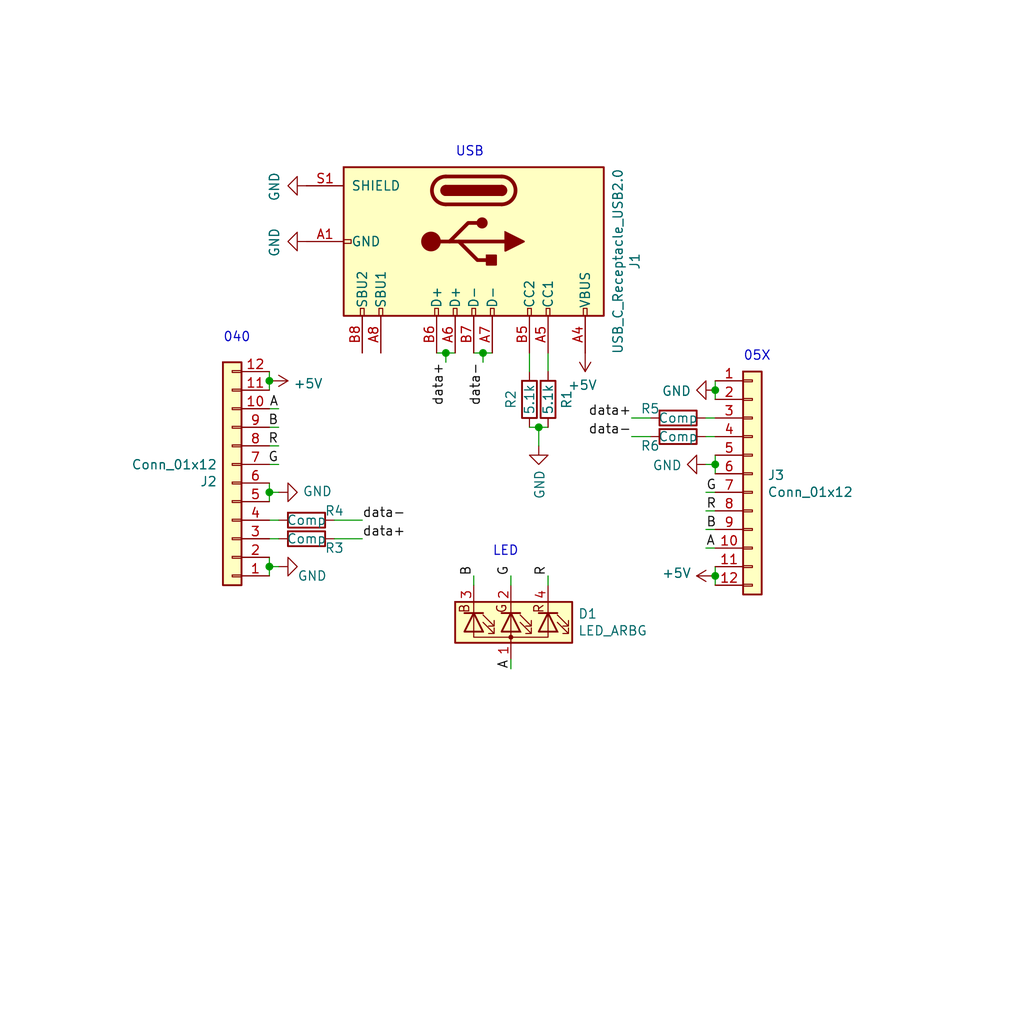
<source format=kicad_sch>
(kicad_sch (version 20250114) (generator "eeschema") (generator_version "9.0")
  (paper "User" 140.005 140.005)
  (title_block (rev "2"))
  (lib_symbols
    (symbol "040 055-rescue:+5V-power" (power) (pin_names (offset 0))
      (property "Value" "power_+5V" (at 0 3.556 0))
      (symbol "+5V-power_0_1"
        (polyline (pts (xy -0.762 1.27) (xy 0 2.54)))
        (polyline (pts (xy 0 2.54) (xy 0.762 1.27)))
        (polyline (pts (xy 0 0) (xy 0 2.54)))
      )
      (symbol "+5V-power_1_1"
        (pin power_in line (at 0 0 90) (length 0) (hide yes) (name "+5V") (number "1"))
      )
    )
    (symbol "040 055-rescue:GND-power" (power) (pin_names (offset 0))
      (property "Value" "power_GND" (at 0 -3.81 0))
      (symbol "GND-power_0_1"
        (polyline (pts (xy 0 0) (xy 0 -1.27) (xy 1.27 -1.27) (xy 0 -2.54) (xy -1.27 -1.27) (xy 0 -1.27)))
      )
      (symbol "GND-power_1_1"
        (pin power_in line (at 0 0 270) (length 0) (hide yes) (name "GND") (number "1"))
      )
    )
    (symbol "040 055-rescue:USB_C_Receptacle_USB2.0-Connector" (pin_names (offset 1.016))
      (property "Reference" "J" (at -10.16 19.05 0))
      (property "Value" "Connector_USB_C_Receptacle_USB2.0" (at 19.05 19.05 0))
      (symbol "USB_C_Receptacle_USB2.0-Connector_0_0"
        (rectangle (start -0.254 -17.78) (end 0.254 -16.764))
        (rectangle (start 10.16 15.494) (end 9.144 14.986))
        (rectangle (start 10.16 10.414) (end 9.144 9.906))
        (rectangle (start 10.16 7.874) (end 9.144 7.366))
        (rectangle (start 10.16 2.794) (end 9.144 2.286))
        (rectangle (start 10.16 0.254) (end 9.144 -0.254))
        (rectangle (start 10.16 -2.286) (end 9.144 -2.794))
        (rectangle (start 10.16 -4.826) (end 9.144 -5.334))
        (rectangle (start 10.16 -12.446) (end 9.144 -12.954))
        (rectangle (start 10.16 -14.986) (end 9.144 -15.494))
      )
      (symbol "USB_C_Receptacle_USB2.0-Connector_0_1"
        (rectangle (start -10.16 17.78) (end 10.16 -17.78) (stroke (width 0.254)) (fill (type background)))
        (polyline (pts (xy -8.89 -3.81) (xy -8.89 3.81)) (stroke (width 0.508)))
        (rectangle (start -7.62 -3.81) (end -6.35 3.81) (stroke (width 0.254)) (fill (type outline)))
        (arc (start -8.89 3.81) (mid -6.985 5.715) (end -5.08 3.81) (stroke (width 0.508)))
        (arc (start -7.62 3.81) (mid -6.985 4.445) (end -6.35 3.81) (stroke (width 0.254)))
        (arc (start -7.62 3.81) (mid -6.985 4.445) (end -6.35 3.81) (stroke (width 0.254)) (fill (type outline)))
        (arc (start -6.35 -3.81) (mid -6.985 -4.445) (end -7.62 -3.81) (stroke (width 0.254)))
        (arc (start -6.35 -3.81) (mid -6.985 -4.445) (end -7.62 -3.81) (stroke (width 0.254)) (fill (type outline)))
        (arc (start -5.08 -3.81) (mid -6.985 -5.715) (end -8.89 -3.81) (stroke (width 0.508)))
        (polyline (pts (xy -5.08 3.81) (xy -5.08 -3.81)) (stroke (width 0.508)))
        (circle (center -2.54 1.143) (radius 0.635) (stroke (width 0.254)) (fill (type outline)))
        (polyline (pts (xy -1.27 4.318) (xy 0 6.858) (xy 1.27 4.318) (xy -1.27 4.318)) (stroke (width 0.254)) (fill (type outline)))
        (polyline (pts (xy 0 -2.032) (xy 2.54 0.508) (xy 2.54 1.778)) (stroke (width 0.508)))
        (polyline (pts (xy 0 -3.302) (xy -2.54 -0.762) (xy -2.54 0.508)) (stroke (width 0.508)))
        (polyline (pts (xy 0 -5.842) (xy 0 4.318)) (stroke (width 0.508)))
        (circle (center 0 -5.842) (radius 1.27) (fill (type outline)))
        (rectangle (start 1.905 1.778) (end 3.175 3.048) (stroke (width 0.254)) (fill (type outline)))
      )
      (symbol "USB_C_Receptacle_USB2.0-Connector_1_1"
        (pin passive line (at -7.62 -22.86 90) (length 5.08) (name "SHIELD") (number "S1"))
        (pin passive line (at 0 -22.86 90) (length 5.08) (name "GND") (number "A1"))
        (pin passive line (at 0 -22.86 90) (length 5.08) (hide yes) (name "GND") (number "A12"))
        (pin passive line (at 0 -22.86 90) (length 5.08) (hide yes) (name "GND") (number "B1"))
        (pin passive line (at 0 -22.86 90) (length 5.08) (hide yes) (name "GND") (number "B12"))
        (pin passive line (at 15.24 15.24 180) (length 5.08) (name "VBUS") (number "A4"))
        (pin passive line (at 15.24 15.24 180) (length 5.08) (hide yes) (name "VBUS") (number "A9"))
        (pin passive line (at 15.24 15.24 180) (length 5.08) (hide yes) (name "VBUS") (number "B4"))
        (pin passive line (at 15.24 15.24 180) (length 5.08) (hide yes) (name "VBUS") (number "B9"))
        (pin bidirectional line (at 15.24 10.16 180) (length 5.08) (name "CC1") (number "A5"))
        (pin bidirectional line (at 15.24 7.62 180) (length 5.08) (name "CC2") (number "B5"))
        (pin bidirectional line (at 15.24 2.54 180) (length 5.08) (name "D-") (number "A7"))
        (pin bidirectional line (at 15.24 0 180) (length 5.08) (name "D-") (number "B7"))
        (pin bidirectional line (at 15.24 -2.54 180) (length 5.08) (name "D+") (number "A6"))
        (pin bidirectional line (at 15.24 -5.08 180) (length 5.08) (name "D+") (number "B6"))
        (pin bidirectional line (at 15.24 -12.7 180) (length 5.08) (name "SBU1") (number "A8"))
        (pin bidirectional line (at 15.24 -15.24 180) (length 5.08) (name "SBU2") (number "B8"))
      )
    )
    (symbol "Connector_Generic:Conn_01x12" (pin_names (offset 1.016) (hide yes))
      (property "Reference" "J" (at 0 15.24 0))
      (property "Value" "Conn_01x12" (at 0 -17.78 0))
      (symbol "Conn_01x12_1_1"
        (rectangle (start -1.27 13.97) (end 1.27 -16.51) (stroke (width 0.254)) (fill (type background)))
        (rectangle (start -1.27 12.827) (end 0 12.573) (stroke (width 0.1524)))
        (rectangle (start -1.27 10.287) (end 0 10.033) (stroke (width 0.1524)))
        (rectangle (start -1.27 7.747) (end 0 7.493) (stroke (width 0.1524)))
        (rectangle (start -1.27 5.207) (end 0 4.953) (stroke (width 0.1524)))
        (rectangle (start -1.27 2.667) (end 0 2.413) (stroke (width 0.1524)))
        (rectangle (start -1.27 0.127) (end 0 -0.127) (stroke (width 0.1524)))
        (rectangle (start -1.27 -2.413) (end 0 -2.667) (stroke (width 0.1524)))
        (rectangle (start -1.27 -4.953) (end 0 -5.207) (stroke (width 0.1524)))
        (rectangle (start -1.27 -7.493) (end 0 -7.747) (stroke (width 0.1524)))
        (rectangle (start -1.27 -10.033) (end 0 -10.287) (stroke (width 0.1524)))
        (rectangle (start -1.27 -12.573) (end 0 -12.827) (stroke (width 0.1524)))
        (rectangle (start -1.27 -15.113) (end 0 -15.367) (stroke (width 0.1524)))
        (pin passive line (at -5.08 12.7 0) (length 3.81) (name "Pin_1") (number "1"))
        (pin passive line (at -5.08 10.16 0) (length 3.81) (name "Pin_2") (number "2"))
        (pin passive line (at -5.08 7.62 0) (length 3.81) (name "Pin_3") (number "3"))
        (pin passive line (at -5.08 5.08 0) (length 3.81) (name "Pin_4") (number "4"))
        (pin passive line (at -5.08 2.54 0) (length 3.81) (name "Pin_5") (number "5"))
        (pin passive line (at -5.08 0 0) (length 3.81) (name "Pin_6") (number "6"))
        (pin passive line (at -5.08 -2.54 0) (length 3.81) (name "Pin_7") (number "7"))
        (pin passive line (at -5.08 -5.08 0) (length 3.81) (name "Pin_8") (number "8"))
        (pin passive line (at -5.08 -7.62 0) (length 3.81) (name "Pin_9") (number "9"))
        (pin passive line (at -5.08 -10.16 0) (length 3.81) (name "Pin_10") (number "10"))
        (pin passive line (at -5.08 -12.7 0) (length 3.81) (name "Pin_11") (number "11"))
        (pin passive line (at -5.08 -15.24 0) (length 3.81) (name "Pin_12") (number "12"))
      )
    )
    (symbol "Device:LED_AGBR" (pin_names (offset 0) (hide yes))
      (property "Reference" "D" (at 0 9.398 0))
      (property "Value" "LED_AGBR" (at 0 -8.89 0))
      (symbol "LED_AGBR_0_0"
        (text "R" (at -1.905 3.81 0) (effects (font (size 1.27 1.27))))
        (text "G" (at -1.905 -1.27 0) (effects (font (size 1.27 1.27))))
        (text "B" (at -1.905 -6.35 0) (effects (font (size 1.27 1.27))))
      )
      (symbol "LED_AGBR_0_1"
        (polyline (pts (xy -1.27 6.35) (xy -1.27 3.81)) (stroke (width 0.254)))
        (polyline (pts (xy -1.27 6.35) (xy -1.27 3.81) (xy -1.27 3.81)))
        (polyline (pts (xy -1.27 5.08) (xy -2.54 5.08)))
        (polyline (pts (xy -1.27 5.08) (xy 1.27 5.08)))
        (polyline (pts (xy -1.27 1.27) (xy -1.27 -1.27)) (stroke (width 0.254)))
        (polyline (pts (xy -1.27 1.27) (xy -1.27 -1.27) (xy -1.27 -1.27)))
        (polyline (pts (xy -1.27 0) (xy -2.54 0)))
        (polyline (pts (xy -1.27 -3.81) (xy -1.27 -6.35)) (stroke (width 0.254)))
        (polyline (pts (xy -1.27 -5.08) (xy -2.54 -5.08)))
        (polyline (pts (xy -1.27 -5.08) (xy 1.27 -5.08)))
        (polyline (pts (xy -1.016 6.35) (xy 0.508 7.874) (xy -0.254 7.874) (xy 0.508 7.874) (xy 0.508 7.112)))
        (polyline (pts (xy -1.016 1.27) (xy 0.508 2.794) (xy -0.254 2.794) (xy 0.508 2.794) (xy 0.508 2.032)))
        (polyline (pts (xy -1.016 -3.81) (xy 0.508 -2.286) (xy -0.254 -2.286) (xy 0.508 -2.286) (xy 0.508 -3.048)))
        (polyline (pts (xy 0 6.35) (xy 1.524 7.874) (xy 0.762 7.874) (xy 1.524 7.874) (xy 1.524 7.112)))
        (polyline (pts (xy 0 1.27) (xy 1.524 2.794) (xy 0.762 2.794) (xy 1.524 2.794) (xy 1.524 2.032)))
        (polyline (pts (xy 0 -3.81) (xy 1.524 -2.286) (xy 0.762 -2.286) (xy 1.524 -2.286) (xy 1.524 -3.048)))
        (polyline (pts (xy 1.27 6.35) (xy 1.27 3.81) (xy -1.27 5.08) (xy 1.27 6.35)) (stroke (width 0.254)))
        (rectangle (start 1.27 6.35) (end 1.27 6.35))
        (rectangle (start 1.27 3.81) (end 1.27 6.35))
        (polyline (pts (xy 1.27 1.27) (xy 1.27 -1.27) (xy -1.27 0) (xy 1.27 1.27)) (stroke (width 0.254)))
        (rectangle (start 1.27 1.27) (end 1.27 1.27))
        (polyline (pts (xy 1.27 0) (xy -1.27 0)))
        (polyline (pts (xy 1.27 0) (xy 2.54 0)))
        (rectangle (start 1.27 -1.27) (end 1.27 1.27))
        (polyline (pts (xy 1.27 -3.81) (xy 1.27 -6.35) (xy -1.27 -5.08) (xy 1.27 -3.81)) (stroke (width 0.254)))
        (polyline (pts (xy 1.27 -5.08) (xy 2.032 -5.08) (xy 2.032 5.08) (xy 1.27 5.08)))
        (circle (center 2.032 0) (radius 0.254) (fill (type outline)))
        (rectangle (start 2.794 8.382) (end -2.794 -7.62) (stroke (width 0.254)) (fill (type background)))
      )
      (symbol "LED_AGBR_1_1"
        (pin passive line (at -5.08 5.08 0) (length 2.54) (name "RK") (number "4"))
        (pin passive line (at -5.08 0 0) (length 2.54) (name "GK") (number "2"))
        (pin passive line (at -5.08 -5.08 0) (length 2.54) (name "BK") (number "3"))
        (pin passive line (at 5.08 0 180) (length 2.54) (name "A") (number "1"))
      )
    )
    (symbol "Device:R" (pin_numbers (hide yes)) (pin_names (offset 0))
      (property "Reference" "R" (at 2.032 0 90))
      (property "Value" "R" (at 0 0 90))
      (symbol "R_0_1"
        (rectangle (start -1.016 -2.54) (end 1.016 2.54) (stroke (width 0.254)))
      )
      (symbol "R_1_1"
        (pin passive line (at 0 3.81 270) (length 1.27) (name "~") (number "1"))
        (pin passive line (at 0 -3.81 90) (length 1.27) (name "~") (number "2"))
      )
    )
  )
  (text "040" (at 30.48 46.99 0) (effects (font (size 1.27 1.27)) (justify left bottom)))
  (text "05X" (at 101.6 49.53 0) (effects (font (size 1.27 1.27)) (justify left bottom)))
  (text "USB" (at 62.23 21.59 0) (effects (font (size 1.27 1.27)) (justify left bottom)))
  (text "LED" (at 67.31 76.2 0) (effects (font (size 1.27 1.27)) (justify left bottom)))
  (junction (at 97.79 63.5))
  (junction (at 36.83 52.07))
  (junction (at 73.66 58.42))
  (junction (at 36.83 77.47))
  (junction (at 36.83 67.31))
  (junction (at 66.04 48.26))
  (junction (at 97.79 53.34))
  (junction (at 60.96 48.26))
  (junction (at 97.79 78.74))
  (wire (pts (xy 74.93 48.26) (xy 74.93 50.8)))
  (wire (pts (xy 38.1 77.47) (xy 36.83 77.47)))
  (wire (pts (xy 66.04 49.53) (xy 66.04 48.26)))
  (wire (pts (xy 97.79 74.93) (xy 96.52 74.93)))
  (wire (pts (xy 36.83 77.47) (xy 36.83 76.2)))
  (wire (pts (xy 66.04 48.26) (xy 64.77 48.26)))
  (wire (pts (xy 67.31 48.26) (xy 66.04 48.26)))
  (wire (pts (xy 97.79 80.01) (xy 97.79 78.74)))
  (wire (pts (xy 60.96 48.26) (xy 59.69 48.26)))
  (wire (pts (xy 69.85 91.44) (xy 69.85 90.17)))
  (wire (pts (xy 97.79 78.74) (xy 97.79 77.47)))
  (wire (pts (xy 73.66 58.42) (xy 73.66 60.96)))
  (wire (pts (xy 97.79 72.39) (xy 96.52 72.39)))
  (wire (pts (xy 36.83 52.07) (xy 36.83 50.8)))
  (wire (pts (xy 97.79 53.34) (xy 97.79 52.07)))
  (wire (pts (xy 45.72 71.12) (xy 49.53 71.12)))
  (wire (pts (xy 74.93 58.42) (xy 73.66 58.42)))
  (wire (pts (xy 38.1 71.12) (xy 36.83 71.12)))
  (wire (pts (xy 88.9 59.69) (xy 86.36 59.69)))
  (wire (pts (xy 36.83 63.5) (xy 38.1 63.5)))
  (wire (pts (xy 45.72 73.66) (xy 49.53 73.66)))
  (wire (pts (xy 96.52 67.31) (xy 97.79 67.31)))
  (wire (pts (xy 36.83 60.96) (xy 38.1 60.96)))
  (wire (pts (xy 36.83 78.74) (xy 36.83 77.47)))
  (wire (pts (xy 96.52 57.15) (xy 97.79 57.15)))
  (wire (pts (xy 38.1 73.66) (xy 36.83 73.66)))
  (wire (pts (xy 97.79 54.61) (xy 97.79 53.34)))
  (wire (pts (xy 36.83 53.34) (xy 36.83 52.07)))
  (wire (pts (xy 72.39 48.26) (xy 72.39 50.8)))
  (wire (pts (xy 36.83 67.31) (xy 36.83 66.04)))
  (wire (pts (xy 60.96 49.53) (xy 60.96 48.26)))
  (wire (pts (xy 96.52 63.5) (xy 97.79 63.5)))
  (wire (pts (xy 72.39 58.42) (xy 73.66 58.42)))
  (wire (pts (xy 97.79 64.77) (xy 97.79 63.5)))
  (wire (pts (xy 96.52 59.69) (xy 97.79 59.69)))
  (wire (pts (xy 64.77 80.01) (xy 64.77 78.74)))
  (wire (pts (xy 69.85 80.01) (xy 69.85 78.74)))
  (wire (pts (xy 62.23 48.26) (xy 60.96 48.26)))
  (wire (pts (xy 97.79 69.85) (xy 96.52 69.85)))
  (wire (pts (xy 36.83 55.88) (xy 38.1 55.88)))
  (wire (pts (xy 97.79 63.5) (xy 97.79 62.23)))
  (wire (pts (xy 36.83 58.42) (xy 38.1 58.42)))
  (wire (pts (xy 38.1 67.31) (xy 36.83 67.31)))
  (wire (pts (xy 74.93 80.01) (xy 74.93 78.74)))
  (wire (pts (xy 36.83 68.58) (xy 36.83 67.31)))
  (wire (pts (xy 88.9 57.15) (xy 86.36 57.15)))
  (label "data-" (at 86.36 59.69 180))
  (label "A" (at 38.1 55.88 180))
  (label "G" (at 69.85 78.74 90))
  (label "G" (at 96.52 67.31 0))
  (label "data-" (at 66.04 49.53 270))
  (label "data+" (at 60.96 49.53 270))
  (label "A" (at 96.52 74.93 0))
  (label "A" (at 69.85 91.44 90))
  (label "data+" (at 86.36 57.15 180))
  (label "B" (at 64.77 78.74 90))
  (label "B" (at 38.1 58.42 180))
  (label "R" (at 38.1 60.96 180))
  (label "B" (at 96.52 72.39 0))
  (label "R" (at 74.93 78.74 90))
  (label "R" (at 96.52 69.85 0))
  (label "data-" (at 49.53 71.12 0))
  (label "data+" (at 49.53 73.66 0))
  (label "G" (at 38.1 63.5 180))
  (symbol (lib_id "040 055-rescue:USB_C_Receptacle_USB2.0-Connector") (at 64.77 33.02 270) (unit 1)
    (property "Reference" "J1" (at 86.7918 35.7378 0))
    (property "Value" "USB_C_Receptacle_USB2.0" (at 84.4804 35.7378 0))
    (property "Footprint" "Connector_USB:USB_C_Receptacle_HRO_TYPE-C-31-M-12" (effects (hide yes)))
    (property "Datasheet" "https://www.usb.org/sites/default/files/documents/usb_type-c.zip" (effects (hide yes)))
  )
  (symbol (lib_id "040 055-rescue:GND-power") (at 41.91 33.02 270) (unit 1)
    (property "Reference" "#PWR02" (effects (hide yes)))
    (property "Value" "GND" (at 37.5158 33.147 0))
  )
  (symbol (lib_id "040 055-rescue:GND-power") (at 41.91 25.4 270) (unit 1)
    (property "Reference" "#PWR01" (effects (hide yes)))
    (property "Value" "GND" (at 37.5158 25.527 0))
  )
  (symbol (lib_id "Connector_Generic:Conn_01x12") (at 31.75 66.04 180) (unit 1)
    (property "Reference" "J2" (at 29.718 65.8368 0) (effects (justify left)))
    (property "Value" "Conn_01x12" (at 29.718 63.5254 0) (effects (justify left)))
    (property "Footprint" "Molex 503480-1200:503480-1200" (effects (hide yes)))
  )
  (symbol (lib_id "Device:R") (at 74.93 54.61 0) (unit 1)
    (property "Reference" "R1" (at 77.47 54.61 90))
    (property "Value" "5.1k" (at 74.93 54.61 90))
    (property "Footprint" "Resistor_SMD:R_0603_1608Metric_Pad0.98x0.95mm_HandSolder" (effects (hide yes)))
  )
  (symbol (lib_id "Device:R") (at 72.39 54.61 180) (unit 1)
    (property "Reference" "R2" (at 69.85 54.61 90))
    (property "Value" "5.1k" (at 72.39 54.61 90))
    (property "Footprint" "Resistor_SMD:R_0603_1608Metric_Pad0.98x0.95mm_HandSolder" (effects (hide yes)))
  )
  (symbol (lib_id "040 055-rescue:GND-power") (at 73.66 60.96 0) (unit 1)
    (property "Reference" "#PWR03" (effects (hide yes)))
    (property "Value" "GND" (at 73.787 64.2112 90) (effects (justify right)))
  )
  (symbol (lib_id "Device:LED_AGBR") (at 69.85 85.09 270) (unit 1)
    (property "Reference" "D1" (at 78.994 83.9216 90) (effects (justify left)))
    (property "Value" "LED_ARBG" (at 78.994 86.233 90) (effects (justify left)))
    (property "Footprint" "MSL0601RGBU1:LED_MSL0601RGBU1" (effects (hide yes)))
  )
  (symbol (lib_id "040 055-rescue:GND-power") (at 38.1 77.47 90) (unit 1)
    (property "Reference" "#PWR04" (effects (hide yes)))
    (property "Value" "GND" (at 40.64 78.74 90) (effects (justify right)))
  )
  (symbol (lib_id "Connector_Generic:Conn_01x12") (at 102.87 64.77 0) (unit 1)
    (property "Reference" "J3" (at 104.902 64.9732 0) (effects (justify left)))
    (property "Value" "Conn_01x12" (at 104.902 67.2846 0) (effects (justify left)))
    (property "Footprint" "Molex 503480-1200:503480-1200" (effects (hide yes)))
  )
  (symbol (lib_id "Device:R") (at 41.91 73.66 90) (unit 1)
    (property "Reference" "R3" (at 45.72 74.93 90))
    (property "Value" "Comp" (at 41.91 73.66 90))
    (property "Footprint" "Resistor_SMD:R_0603_1608Metric_Pad0.98x0.95mm_HandSolder" (effects (hide yes)))
  )
  (symbol (lib_id "Device:R") (at 41.91 71.12 90) (unit 1)
    (property "Reference" "R4" (at 45.72 69.85 90))
    (property "Value" "Comp" (at 41.91 71.12 90))
    (property "Footprint" "Resistor_SMD:R_0603_1608Metric_Pad0.98x0.95mm_HandSolder" (effects (hide yes)))
  )
  (symbol (lib_id "Device:R") (at 92.71 57.15 270) (unit 1)
    (property "Reference" "R5" (at 88.9 55.88 90))
    (property "Value" "Comp" (at 92.71 57.15 90))
    (property "Footprint" "Resistor_SMD:R_0603_1608Metric_Pad0.98x0.95mm_HandSolder" (effects (hide yes)))
  )
  (symbol (lib_id "Device:R") (at 92.71 59.69 270) (unit 1)
    (property "Reference" "R6" (at 88.9 60.96 90))
    (property "Value" "Comp" (at 92.71 59.69 90))
    (property "Footprint" "Resistor_SMD:R_0603_1608Metric_Pad0.98x0.95mm_HandSolder" (effects (hide yes)))
  )
  (symbol (lib_id "040 055-rescue:GND-power") (at 96.52 63.5 270) (unit 1)
    (property "Reference" "#PWR?" (effects (hide yes)))
    (property "Value" "GND" (at 93.2688 63.627 90) (effects (justify right)))
  )
  (symbol (lib_id "040 055-rescue:+5V-power") (at 80.01 48.26 180) (unit 1)
    (property "Reference" "#PWR?" (effects (hide yes)))
    (property "Value" "+5V" (at 79.629 52.6542 0))
  )
  (symbol (lib_id "040 055-rescue:+5V-power") (at 97.79 78.74 90) (unit 1)
    (property "Reference" "#PWR?" (effects (hide yes)))
    (property "Value" "+5V" (at 94.5388 78.359 90) (effects (justify left)))
  )
  (symbol (lib_id "040 055-rescue:+5V-power") (at 36.83 52.07 270) (unit 1)
    (property "Reference" "#PWR?" (effects (hide yes)))
    (property "Value" "+5V" (at 40.0812 52.451 90) (effects (justify left)))
  )
  (symbol (lib_id "040 055-rescue:GND-power") (at 38.1 67.31 90) (unit 1)
    (property "Reference" "#PWR?" (effects (hide yes)))
    (property "Value" "GND" (at 41.3512 67.183 90) (effects (justify right)))
  )
  (symbol (lib_id "040 055-rescue:GND-power") (at 97.79 53.34 270) (unit 1)
    (property "Reference" "#PWR?" (effects (hide yes)))
    (property "Value" "GND" (at 94.5388 53.467 90) (effects (justify right)))
  )
)
</source>
